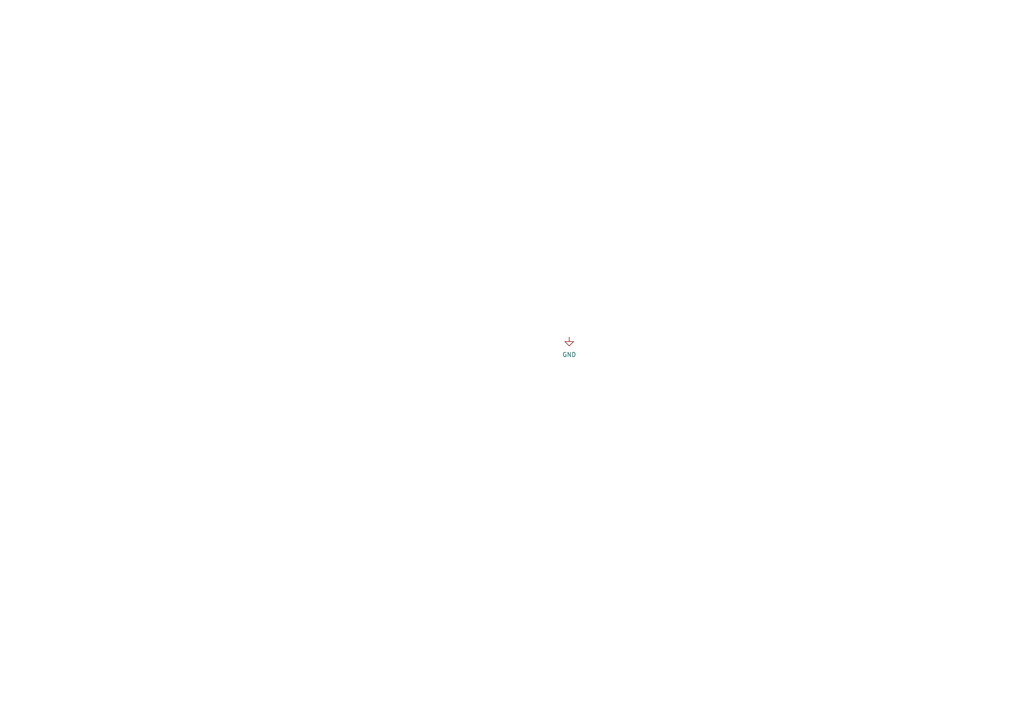
<source format=kicad_sch>
(kicad_sch (version 20230121) (generator eeschema)
  (paper "A4")
  (lib_symbols
    (symbol "power:GND" (power) (pin_names (offset 0))
      (property "Value" "GND" (at 0 -3.81 0))
      (symbol "GND_0_1"
        (polyline (pts (xy 0 0) (xy 0 -1.27) (xy 1.27 -1.27) (xy 0 -2.54) (xy -1.27 -1.27) (xy 0 -1.27)))
      )
      (symbol "GND_1_1"
        (pin power_in line (at 0 0 270) (length 0) hide (name "GND") (number "1"))
      )
    )
  )
  (symbol (lib_id "power:GND") (at 165.1 97.79 0) (unit 1)
    (property "Reference" "#PWR01" (effects hide))
    (property "Value" "GND" (at 165.1 102.87 0))
  )
)
</source>
